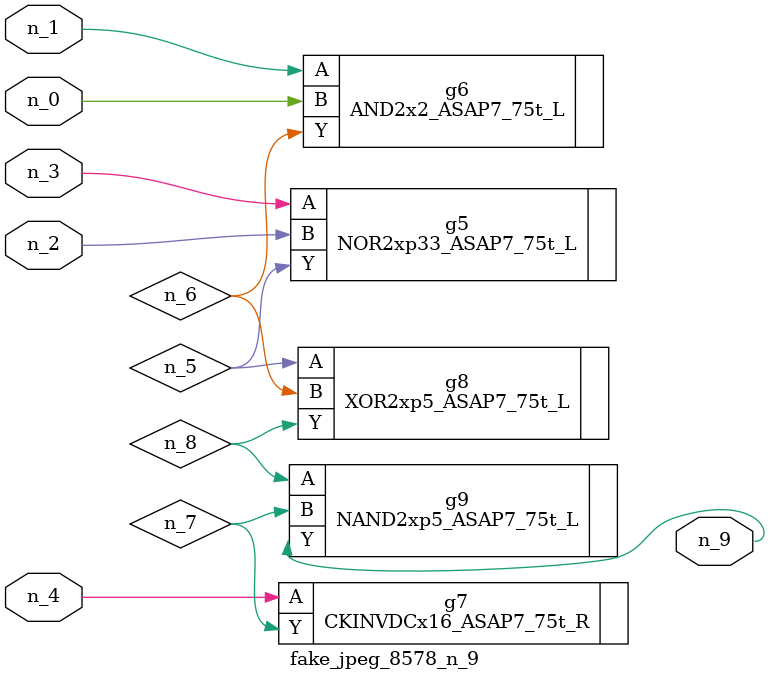
<source format=v>
module fake_jpeg_8578_n_9 (n_3, n_2, n_1, n_0, n_4, n_9);

input n_3;
input n_2;
input n_1;
input n_0;
input n_4;

output n_9;

wire n_8;
wire n_6;
wire n_5;
wire n_7;

NOR2xp33_ASAP7_75t_L g5 ( 
.A(n_3),
.B(n_2),
.Y(n_5)
);

AND2x2_ASAP7_75t_L g6 ( 
.A(n_1),
.B(n_0),
.Y(n_6)
);

CKINVDCx16_ASAP7_75t_R g7 ( 
.A(n_4),
.Y(n_7)
);

XOR2xp5_ASAP7_75t_L g8 ( 
.A(n_5),
.B(n_6),
.Y(n_8)
);

NAND2xp5_ASAP7_75t_L g9 ( 
.A(n_8),
.B(n_7),
.Y(n_9)
);


endmodule
</source>
